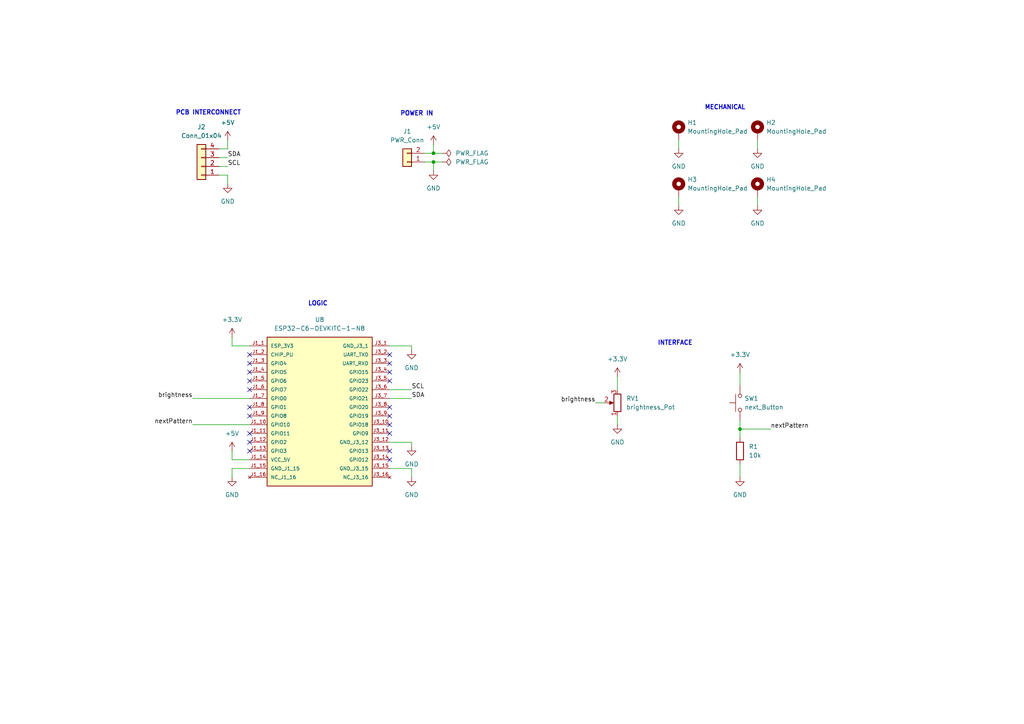
<source format=kicad_sch>
(kicad_sch (version 20250114) (generator "eeschema") (generator_version "9.0")
  (paper "A4")
  (title_block (title "Pharmacy Cross"))
  (lib_symbols
    (symbol "Connector_Generic:Conn_01x02" (pin_names (offset 1.016) (hide yes))
      (property "Reference" "J" (at 0 2.54 0))
      (property "Value" "Conn_01x02" (at 0 -5.08 0))
      (symbol "Conn_01x02_1_1"
        (rectangle (start -1.27 1.27) (end 1.27 -3.81) (stroke (width 0.254)) (fill (type background)))
        (rectangle (start -1.27 0.127) (end 0 -0.127) (stroke (width 0.1524)))
        (rectangle (start -1.27 -2.413) (end 0 -2.667) (stroke (width 0.1524)))
        (pin passive line (at -5.08 0 0) (length 3.81) (name "Pin_1") (number "1"))
        (pin passive line (at -5.08 -2.54 0) (length 3.81) (name "Pin_2") (number "2"))
      )
    )
    (symbol "Connector_Generic:Conn_01x04" (pin_names (offset 1.016) (hide yes))
      (property "Reference" "J" (at 0 5.08 0))
      (property "Value" "Conn_01x04" (at 0 -7.62 0))
      (symbol "Conn_01x04_1_1"
        (rectangle (start -1.27 3.81) (end 1.27 -6.35) (stroke (width 0.254)) (fill (type background)))
        (rectangle (start -1.27 2.667) (end 0 2.413) (stroke (width 0.1524)))
        (rectangle (start -1.27 0.127) (end 0 -0.127) (stroke (width 0.1524)))
        (rectangle (start -1.27 -2.413) (end 0 -2.667) (stroke (width 0.1524)))
        (rectangle (start -1.27 -4.953) (end 0 -5.207) (stroke (width 0.1524)))
        (pin passive line (at -5.08 2.54 0) (length 3.81) (name "Pin_1") (number "1"))
        (pin passive line (at -5.08 0 0) (length 3.81) (name "Pin_2") (number "2"))
        (pin passive line (at -5.08 -2.54 0) (length 3.81) (name "Pin_3") (number "3"))
        (pin passive line (at -5.08 -5.08 0) (length 3.81) (name "Pin_4") (number "4"))
      )
    )
    (symbol "Device:R" (pin_numbers (hide yes)) (pin_names (offset 0))
      (property "Reference" "R" (at 2.032 0 90))
      (property "Value" "R" (at 0 0 90))
      (symbol "R_0_1"
        (rectangle (start -1.016 -2.54) (end 1.016 2.54) (stroke (width 0.254)))
      )
      (symbol "R_1_1"
        (pin passive line (at 0 3.81 270) (length 1.27) (name "~") (number "1"))
        (pin passive line (at 0 -3.81 90) (length 1.27) (name "~") (number "2"))
      )
    )
    (symbol "Device:R_Potentiometer" (pin_names (offset 1.016) (hide yes))
      (property "Reference" "RV" (at -4.445 0 90))
      (property "Value" "R_Potentiometer" (at -2.54 0 90))
      (symbol "R_Potentiometer_0_1"
        (rectangle (start 1.016 2.54) (end -1.016 -2.54) (stroke (width 0.254)))
        (polyline (pts (xy 1.143 0) (xy 2.286 0.508) (xy 2.286 -0.508) (xy 1.143 0)) (fill (type outline)))
        (polyline (pts (xy 2.54 0) (xy 1.524 0)))
      )
      (symbol "R_Potentiometer_1_1"
        (pin passive line (at 0 3.81 270) (length 1.27) (name "1") (number "1"))
        (pin passive line (at 0 -3.81 90) (length 1.27) (name "3") (number "3"))
        (pin passive line (at 3.81 0 180) (length 1.27) (name "2") (number "2"))
      )
    )
    (symbol "ESP32-C6-DEVKITC-1-N8:ESP32-C6-DEVKITC-1-N8" (pin_names (offset 1.016))
      (property "Reference" "U" (at -15.24 23.622 0))
      (property "Value" "ESP32-C6-DEVKITC-1-N8" (at -15.24 -22.86 0))
      (symbol "ESP32-C6-DEVKITC-1-N8_0_0"
        (rectangle (start -15.24 -20.32) (end 15.24 22.86) (stroke (width 0.254)) (fill (type background)))
        (pin power_in line (at -20.32 20.32 0) (length 5.08) (name "ESP_3V3") (number "J1_1"))
        (pin input line (at -20.32 17.78 0) (length 5.08) (name "CHIP_PU") (number "J1_2"))
        (pin bidirectional line (at -20.32 15.24 0) (length 5.08) (name "GPIO4") (number "J1_3"))
        (pin bidirectional line (at -20.32 12.7 0) (length 5.08) (name "GPIO5") (number "J1_4"))
        (pin bidirectional line (at -20.32 10.16 0) (length 5.08) (name "GPIO6") (number "J1_5"))
        (pin bidirectional line (at -20.32 7.62 0) (length 5.08) (name "GPIO7") (number "J1_6"))
        (pin bidirectional line (at -20.32 5.08 0) (length 5.08) (name "GPIO0") (number "J1_7"))
        (pin bidirectional line (at -20.32 2.54 0) (length 5.08) (name "GPIO1") (number "J1_8"))
        (pin bidirectional line (at -20.32 0 0) (length 5.08) (name "GPIO8") (number "J1_9"))
        (pin bidirectional line (at -20.32 -2.54 0) (length 5.08) (name "GPIO10") (number "J1_10"))
        (pin bidirectional line (at -20.32 -5.08 0) (length 5.08) (name "GPIO11") (number "J1_11"))
        (pin bidirectional line (at -20.32 -7.62 0) (length 5.08) (name "GPIO2") (number "J1_12"))
        (pin bidirectional line (at -20.32 -10.16 0) (length 5.08) (name "GPIO3") (number "J1_13"))
        (pin power_in line (at -20.32 -12.7 0) (length 5.08) (name "VCC_5V") (number "J1_14"))
        (pin power_in line (at -20.32 -15.24 0) (length 5.08) (name "GND_J1_15") (number "J1_15"))
        (pin no_connect line (at -20.32 -17.78 0) (length 5.08) (name "NC_J1_16") (number "J1_16"))
        (pin power_in line (at 20.32 20.32 180) (length 5.08) (name "GND_J3_1") (number "J3_1"))
        (pin bidirectional line (at 20.32 17.78 180) (length 5.08) (name "UART_TXD") (number "J3_2"))
        (pin bidirectional line (at 20.32 15.24 180) (length 5.08) (name "UART_RXD") (number "J3_3"))
        (pin bidirectional line (at 20.32 12.7 180) (length 5.08) (name "GPIO15") (number "J3_4"))
        (pin bidirectional line (at 20.32 10.16 180) (length 5.08) (name "GPIO23") (number "J3_5"))
        (pin bidirectional line (at 20.32 7.62 180) (length 5.08) (name "GPIO22") (number "J3_6"))
        (pin bidirectional line (at 20.32 5.08 180) (length 5.08) (name "GPIO21") (number "J3_7"))
        (pin bidirectional line (at 20.32 2.54 180) (length 5.08) (name "GPIO20") (number "J3_8"))
        (pin bidirectional line (at 20.32 0 180) (length 5.08) (name "GPIO19") (number "J3_9"))
        (pin bidirectional line (at 20.32 -2.54 180) (length 5.08) (name "GPIO18") (number "J3_10"))
        (pin bidirectional line (at 20.32 -5.08 180) (length 5.08) (name "GPIO9") (number "J3_11"))
        (pin power_in line (at 20.32 -7.62 180) (length 5.08) (name "GND_J3_12") (number "J3_12"))
        (pin bidirectional line (at 20.32 -10.16 180) (length 5.08) (name "GPIO13") (number "J3_13"))
        (pin bidirectional line (at 20.32 -12.7 180) (length 5.08) (name "GPIO12") (number "J3_14"))
        (pin power_in line (at 20.32 -15.24 180) (length 5.08) (name "GND_J3_15") (number "J3_15"))
        (pin no_connect line (at 20.32 -17.78 180) (length 5.08) (name "NC_J3_16") (number "J3_16"))
      )
    )
    (symbol "Mechanical:MountingHole_Pad" (pin_numbers (hide yes)) (pin_names (offset 1.016) (hide yes)) (in_bom no)
      (property "Reference" "H" (at 0 6.35 0))
      (property "Value" "MountingHole_Pad" (at 0 4.445 0))
      (symbol "MountingHole_Pad_0_1"
        (circle (center 0 1.27) (radius 1.27) (stroke (width 1.27)))
      )
      (symbol "MountingHole_Pad_1_1"
        (pin input line (at 0 -2.54 90) (length 2.54) (name "1") (number "1"))
      )
    )
    (symbol "Switch:SW_Push" (pin_numbers (hide yes)) (pin_names (offset 1.016) (hide yes))
      (property "Reference" "SW" (at 1.27 2.54 0))
      (property "Value" "SW_Push" (at 0 -1.524 0))
      (symbol "SW_Push_0_1"
        (circle (center -2.032 0) (radius 0.508))
        (polyline (pts (xy 0 1.27) (xy 0 3.048)))
        (circle (center 2.032 0) (radius 0.508))
        (polyline (pts (xy 2.54 1.27) (xy -2.54 1.27)))
        (pin passive line (at -5.08 0 0) (length 2.54) (name "1") (number "1"))
        (pin passive line (at 5.08 0 180) (length 2.54) (name "2") (number "2"))
      )
    )
    (symbol "power:+3.3V" (power) (pin_numbers (hide yes)) (pin_names (offset 0) (hide yes))
      (property "Value" "+3.3V" (at 0 3.556 0))
      (symbol "+3.3V_0_1"
        (polyline (pts (xy -0.762 1.27) (xy 0 2.54)))
        (polyline (pts (xy 0 2.54) (xy 0.762 1.27)))
        (polyline (pts (xy 0 0) (xy 0 2.54)))
      )
      (symbol "+3.3V_1_1"
        (pin power_in line (at 0 0 90) (length 0) (name "~") (number "1"))
      )
    )
    (symbol "power:+5V" (power) (pin_numbers (hide yes)) (pin_names (offset 0) (hide yes))
      (property "Value" "+5V" (at 0 3.556 0))
      (symbol "+5V_0_1"
        (polyline (pts (xy -0.762 1.27) (xy 0 2.54)))
        (polyline (pts (xy 0 2.54) (xy 0.762 1.27)))
        (polyline (pts (xy 0 0) (xy 0 2.54)))
      )
      (symbol "+5V_1_1"
        (pin power_in line (at 0 0 90) (length 0) (name "~") (number "1"))
      )
    )
    (symbol "power:GND" (power) (pin_numbers (hide yes)) (pin_names (offset 0) (hide yes))
      (property "Value" "GND" (at 0 -3.81 0))
      (symbol "GND_0_1"
        (polyline (pts (xy 0 0) (xy 0 -1.27) (xy 1.27 -1.27) (xy 0 -2.54) (xy -1.27 -1.27) (xy 0 -1.27)))
      )
      (symbol "GND_1_1"
        (pin power_in line (at 0 0 270) (length 0) (name "~") (number "1"))
      )
    )
    (symbol "power:PWR_FLAG" (power) (pin_numbers (hide yes)) (pin_names (offset 0) (hide yes))
      (property "Value" "PWR_FLAG" (at 0 3.81 0))
      (symbol "PWR_FLAG_0_0"
        (pin power_out line (at 0 0 90) (length 0) (name "~") (number "1"))
      )
      (symbol "PWR_FLAG_0_1"
        (polyline (pts (xy 0 0) (xy 0 1.27) (xy -1.016 1.905) (xy 0 2.54) (xy 1.016 1.905) (xy 0 1.27)))
      )
    )
  )
  (text "LOGIC" (at 92.202 88.138 0) (effects (font (size 1.27 1.27) (thickness 0.254) (bold yes))))
  (text "PCB INTERCONNECT" (at 60.452 32.766 0) (effects (font (size 1.27 1.27) (thickness 0.254) (bold yes))))
  (text "POWER IN" (at 120.904 33.02 0) (effects (font (size 1.27 1.27) (thickness 0.254) (bold yes))))
  (text "INTERFACE" (at 195.834 99.568 0) (effects (font (size 1.27 1.27) (thickness 0.254) (bold yes))))
  (text "MECHANICAL" (at 210.312 31.242 0) (effects (font (size 1.27 1.27) (thickness 0.254) (bold yes))))
  (junction (at 214.63 124.46))
  (junction (at 125.73 44.45))
  (junction (at 125.73 46.99))
  (no_connect (at 72.39 125.73))
  (no_connect (at 113.03 110.49))
  (no_connect (at 72.39 102.87))
  (no_connect (at 72.39 128.27))
  (no_connect (at 113.03 123.19))
  (no_connect (at 113.03 107.95))
  (no_connect (at 72.39 120.65))
  (no_connect (at 113.03 118.11))
  (no_connect (at 113.03 125.73))
  (no_connect (at 72.39 105.41))
  (no_connect (at 113.03 102.87))
  (no_connect (at 113.03 130.81))
  (no_connect (at 72.39 113.03))
  (no_connect (at 113.03 105.41))
  (no_connect (at 72.39 118.11))
  (no_connect (at 113.03 120.65))
  (no_connect (at 72.39 107.95))
  (no_connect (at 72.39 110.49))
  (no_connect (at 113.03 133.35))
  (no_connect (at 72.39 130.81))
  (wire (pts (xy 63.5 45.72) (xy 66.04 45.72)))
  (wire (pts (xy 119.38 138.43) (xy 119.38 135.89)))
  (wire (pts (xy 67.31 135.89) (xy 72.39 135.89)))
  (wire (pts (xy 196.85 59.69) (xy 196.85 57.15)))
  (wire (pts (xy 214.63 124.46) (xy 223.52 124.46)))
  (wire (pts (xy 125.73 41.91) (xy 125.73 44.45)))
  (wire (pts (xy 125.73 44.45) (xy 128.27 44.45)))
  (wire (pts (xy 119.38 128.27) (xy 119.38 129.54)))
  (wire (pts (xy 172.72 116.84) (xy 175.26 116.84)))
  (wire (pts (xy 72.39 133.35) (xy 67.31 133.35)))
  (wire (pts (xy 113.03 128.27) (xy 119.38 128.27)))
  (wire (pts (xy 55.88 123.19) (xy 72.39 123.19)))
  (wire (pts (xy 66.04 50.8) (xy 63.5 50.8)))
  (wire (pts (xy 214.63 107.95) (xy 214.63 111.76)))
  (wire (pts (xy 214.63 121.92) (xy 214.63 124.46)))
  (wire (pts (xy 67.31 100.33) (xy 67.31 97.79)))
  (wire (pts (xy 219.71 59.69) (xy 219.71 57.15)))
  (wire (pts (xy 67.31 133.35) (xy 67.31 130.81)))
  (wire (pts (xy 179.07 120.65) (xy 179.07 123.19)))
  (wire (pts (xy 72.39 115.57) (xy 55.88 115.57)))
  (wire (pts (xy 67.31 138.43) (xy 67.31 135.89)))
  (wire (pts (xy 66.04 53.34) (xy 66.04 50.8)))
  (wire (pts (xy 63.5 48.26) (xy 66.04 48.26)))
  (wire (pts (xy 214.63 134.62) (xy 214.63 138.43)))
  (wire (pts (xy 119.38 100.33) (xy 119.38 101.6)))
  (wire (pts (xy 72.39 100.33) (xy 67.31 100.33)))
  (wire (pts (xy 125.73 44.45) (xy 123.19 44.45)))
  (wire (pts (xy 214.63 124.46) (xy 214.63 127)))
  (wire (pts (xy 113.03 115.57) (xy 119.38 115.57)))
  (wire (pts (xy 196.85 43.18) (xy 196.85 40.64)))
  (wire (pts (xy 63.5 43.18) (xy 66.04 43.18)))
  (wire (pts (xy 219.71 43.18) (xy 219.71 40.64)))
  (wire (pts (xy 125.73 46.99) (xy 125.73 49.53)))
  (wire (pts (xy 66.04 43.18) (xy 66.04 40.64)))
  (wire (pts (xy 179.07 109.22) (xy 179.07 113.03)))
  (wire (pts (xy 113.03 113.03) (xy 119.38 113.03)))
  (wire (pts (xy 113.03 135.89) (xy 119.38 135.89)))
  (wire (pts (xy 113.03 100.33) (xy 119.38 100.33)))
  (wire (pts (xy 123.19 46.99) (xy 125.73 46.99)))
  (wire (pts (xy 125.73 46.99) (xy 128.27 46.99)))
  (label "SCL" (at 66.04 48.26 0))
  (label "brightness" (at 55.88 115.57 180))
  (label "SDA" (at 119.38 115.57 0))
  (label "nextPattern" (at 223.52 124.46 0))
  (label "brightness" (at 172.72 116.84 180))
  (label "SCL" (at 119.38 113.03 0))
  (label "SDA" (at 66.04 45.72 0))
  (label "nextPattern" (at 55.88 123.19 180))
  (symbol (lib_id "power:GND") (at 219.71 43.18 0) (unit 1)
    (property "Reference" "#PWR020" (effects (hide yes)))
    (property "Value" "GND" (at 219.71 48.26 0))
    (property "Description" "Power symbol creates a global label with name \"GND\" , ground" (effects (hide yes)))
  )
  (symbol (lib_id "power:GND") (at 119.38 129.54 0) (unit 1)
    (property "Reference" "#PWR011" (effects (hide yes)))
    (property "Value" "GND" (at 119.38 134.62 0))
    (property "Description" "Power symbol creates a global label with name \"GND\" , ground" (effects (hide yes)))
  )
  (symbol (lib_id "power:+3.3V") (at 179.07 109.22 0) (unit 1)
    (property "Reference" "#PWR016" (effects (hide yes)))
    (property "Value" "+3.3V" (at 179.07 104.14 0))
    (property "Description" "Power symbol creates a global label with name \"+3.3V\"" (effects (hide yes)))
  )
  (symbol (lib_id "Mechanical:MountingHole_Pad") (at 219.71 38.1 0) (unit 1) (in_bom no)
    (property "Reference" "H2" (at 222.25 35.5599 0) (effects (justify left)))
    (property "Value" "MountingHole_Pad" (at 222.25 38.0999 0) (effects (justify left)))
    (property "Footprint" "MountingHole:MountingHole_2.7mm_M2.5_ISO7380_Pad" (effects (hide yes)))
    (property "Description" "Mounting Hole with connection" (effects (hide yes)))
  )
  (symbol (lib_id "Connector_Generic:Conn_01x04") (at 58.42 48.26 180) (unit 1)
    (property "Reference" "J2" (at 58.42 36.83 0))
    (property "Value" "Conn_01x04" (at 58.42 39.37 0))
    (property "Footprint" "Connector_PinHeader_2.54mm:PinHeader_1x04_P2.54mm_Vertical" (effects (hide yes)))
    (property "Description" "Generic connector, single row, 01x04, script generated (kicad-library-utils/schlib/autogen/connector/)" (effects (hide yes)))
  )
  (symbol (lib_id "power:GND") (at 125.73 49.53 0) (unit 1)
    (property "Reference" "#PWR01" (effects (hide yes)))
    (property "Value" "GND" (at 125.73 54.61 0))
    (property "Description" "Power symbol creates a global label with name \"GND\" , ground" (effects (hide yes)))
  )
  (symbol (lib_id "power:GND") (at 67.31 138.43 0) (unit 1)
    (property "Reference" "#PWR09" (effects (hide yes)))
    (property "Value" "GND" (at 67.31 143.51 0))
    (property "Description" "Power symbol creates a global label with name \"GND\" , ground" (effects (hide yes)))
  )
  (symbol (lib_id "Mechanical:MountingHole_Pad") (at 196.85 54.61 0) (unit 1) (in_bom no)
    (property "Reference" "H3" (at 199.39 52.0699 0) (effects (justify left)))
    (property "Value" "MountingHole_Pad" (at 199.39 54.6099 0) (effects (justify left)))
    (property "Footprint" "MountingHole:MountingHole_2.7mm_M2.5_ISO7380_Pad" (effects (hide yes)))
    (property "Description" "Mounting Hole with connection" (effects (hide yes)))
  )
  (symbol (lib_id "power:PWR_FLAG") (at 128.27 44.45 270) (unit 1)
    (property "Reference" "#FLG01" (effects (hide yes)))
    (property "Value" "PWR_FLAG" (at 132.08 44.4499 90) (effects (justify left)))
    (property "Description" "Special symbol for telling ERC where power comes from" (effects (hide yes)))
  )
  (symbol (lib_id "Mechanical:MountingHole_Pad") (at 219.71 54.61 0) (unit 1) (in_bom no)
    (property "Reference" "H4" (at 222.25 52.0699 0) (effects (justify left)))
    (property "Value" "MountingHole_Pad" (at 222.25 54.6099 0) (effects (justify left)))
    (property "Footprint" "MountingHole:MountingHole_2.7mm_M2.5_ISO7380_Pad" (effects (hide yes)))
    (property "Description" "Mounting Hole with connection" (effects (hide yes)))
  )
  (symbol (lib_id "Device:R_Potentiometer") (at 179.07 116.84 180) (unit 1)
    (property "Reference" "RV1" (at 181.61 115.5699 0) (effects (justify right)))
    (property "Value" "brightness_Pot" (at 181.61 118.1099 0) (effects (justify right)))
    (property "Footprint" "Connector_PinHeader_2.54mm:PinHeader_1x03_P2.54mm_Vertical" (effects (hide yes)))
    (property "Description" "Potentiometer" (effects (hide yes)))
  )
  (symbol (lib_id "Switch:SW_Push") (at 214.63 116.84 90) (unit 1)
    (property "Reference" "SW1" (at 215.9 115.5699 90) (effects (justify right)))
    (property "Value" "next_Button" (at 215.9 118.1099 90) (effects (justify right)))
    (property "Footprint" "Connector_PinHeader_2.54mm:PinHeader_1x02_P2.54mm_Vertical" (effects (hide yes)))
    (property "Description" "Push button switch, generic, two pins" (effects (hide yes)))
  )
  (symbol (lib_id "power:GND") (at 179.07 123.19 0) (unit 1)
    (property "Reference" "#PWR014" (effects (hide yes)))
    (property "Value" "GND" (at 179.07 128.27 0))
    (property "Description" "Power symbol creates a global label with name \"GND\" , ground" (effects (hide yes)))
  )
  (symbol (lib_id "power:GND") (at 219.71 59.69 0) (unit 1)
    (property "Reference" "#PWR022" (effects (hide yes)))
    (property "Value" "GND" (at 219.71 64.77 0))
    (property "Description" "Power symbol creates a global label with name \"GND\" , ground" (effects (hide yes)))
  )
  (symbol (lib_id "power:+3.3V") (at 67.31 97.79 0) (unit 1)
    (property "Reference" "#PWR015" (effects (hide yes)))
    (property "Value" "+3.3V" (at 67.31 92.71 0))
    (property "Description" "Power symbol creates a global label with name \"+3.3V\"" (effects (hide yes)))
  )
  (symbol (lib_id "power:+5V") (at 66.04 40.64 0) (unit 1)
    (property "Reference" "#PWR024" (effects (hide yes)))
    (property "Value" "+5V" (at 66.04 35.56 0))
    (property "Description" "Power symbol creates a global label with name \"+5V\"" (effects (hide yes)))
  )
  (symbol (lib_id "power:PWR_FLAG") (at 128.27 46.99 270) (unit 1)
    (property "Reference" "#FLG02" (effects (hide yes)))
    (property "Value" "PWR_FLAG" (at 132.08 46.9899 90) (effects (justify left)))
    (property "Description" "Special symbol for telling ERC where power comes from" (effects (hide yes)))
  )
  (symbol (lib_id "Connector_Generic:Conn_01x02") (at 118.11 46.99 180) (unit 1)
    (property "Reference" "J1" (at 118.11 38.1 0))
    (property "Value" "PWR_Conn" (at 118.11 40.64 0))
    (property "Footprint" "Connector_BarrelJack:BarrelJack_Horizontal" (effects (hide yes)))
    (property "Description" "Generic connector, single row, 01x02, script generated (kicad-library-utils/schlib/autogen/connector/)" (effects (hide yes)))
  )
  (symbol (lib_id "power:GND") (at 196.85 59.69 0) (unit 1)
    (property "Reference" "#PWR021" (effects (hide yes)))
    (property "Value" "GND" (at 196.85 64.77 0))
    (property "Description" "Power symbol creates a global label with name \"GND\" , ground" (effects (hide yes)))
  )
  (symbol (lib_id "power:GND") (at 119.38 101.6 0) (unit 1)
    (property "Reference" "#PWR012" (effects (hide yes)))
    (property "Value" "GND" (at 119.38 106.68 0))
    (property "Description" "Power symbol creates a global label with name \"GND\" , ground" (effects (hide yes)))
  )
  (symbol (lib_id "power:+5V") (at 67.31 130.81 0) (unit 1)
    (property "Reference" "#PWR013" (effects (hide yes)))
    (property "Value" "+5V" (at 67.31 125.73 0))
    (property "Description" "Power symbol creates a global label with name \"+5V\"" (effects (hide yes)))
  )
  (symbol (lib_id "Mechanical:MountingHole_Pad") (at 196.85 38.1 0) (unit 1) (in_bom no)
    (property "Reference" "H1" (at 199.39 35.5599 0) (effects (justify left)))
    (property "Value" "MountingHole_Pad" (at 199.39 38.0999 0) (effects (justify left)))
    (property "Footprint" "MountingHole:MountingHole_2.7mm_M2.5_ISO7380_Pad" (effects (hide yes)))
    (property "Description" "Mounting Hole with connection" (effects (hide yes)))
  )
  (symbol (lib_id "power:GND") (at 214.63 138.43 0) (unit 1)
    (property "Reference" "#PWR018" (effects (hide yes)))
    (property "Value" "GND" (at 214.63 143.51 0))
    (property "Description" "Power symbol creates a global label with name \"GND\" , ground" (effects (hide yes)))
  )
  (symbol (lib_id "ESP32-C6-DEVKITC-1-N8:ESP32-C6-DEVKITC-1-N8") (at 92.71 120.65 0) (unit 1)
    (property "Reference" "U8" (at 92.71 92.71 0))
    (property "Value" "ESP32-C6-DEVKITC-1-N8" (at 92.71 95.25 0))
    (property "Footprint" "ESP32-C6-DEVKITC-1-N8:MODULE_ESP32-C6-DEVKITC-1-N8" (effects (hide yes)))
    (property "MF" "Espressif Systems" (effects (hide yes)))
    (property "Description_1" "The ESP32-C6-DEVKITC-1-N8 from Espressif Systems is a development board designed for RF, RFID, and wireless applications. Built around the ESP32-C6-WROOM-1 module, it supports multiple connectivity options including 802.11 b/g/n/ax Wi-Fi, Bluetooth® (BLE), and 802.15.4 for Thread and Zigbee® protocols. The board is powered by the ESP32-C6 chip with 8MB SPI flash, offering advanced processing power and efficient memory management. It features GPIO ports for extensive interfacing, along with a USB Type-C™ to UART port for power and communication. The board also includes a USB-to-UART bridge, pin header, and boot/reset buttons, operating at 3.3V with a 5V to 3.3V power regulator. This development board is ideal for exploring a wide range of wireless applications, including IoT, smart home devices, and RF communication projects." (effects (hide yes)))
    (property "Package" "None" (effects (hide yes)))
    (property "Price" "None" (effects (hide yes)))
    (property "Check_prices" "https://www.snapeda.com/parts/ESP32-C6-DEVKITC-1-N8/Espressif+Systems/view-part/?ref=eda" (effects (hide yes)))
    (property "STANDARD" "Manufacturer Recommendations" (effects (hide yes)))
    (property "PARTREV" "1.3" (effects (hide yes)))
    (property "SnapEDA_Link" "https://www.snapeda.com/parts/ESP32-C6-DEVKITC-1-N8/Espressif+Systems/view-part/?ref=snap" (effects (hide yes)))
    (property "MP" "ESP32-C6-DEVKITC-1-N8" (effects (hide yes)))
    (property "Purchase-URL" "https://www.snapeda.com/api/url_track_click_mouser/?unipart_id=12616382&manufacturer=Espressif Systems&part_name=ESP32-C6-DEVKITC-1-N8&search_term=esp32-c6-devkit" (effects (hide yes)))
    (property "Availability" "In Stock" (effects (hide yes)))
    (property "MANUFACTURER" "Espressif Systems" (effects (hide yes)))
  )
  (symbol (lib_id "power:GND") (at 119.38 138.43 0) (unit 1)
    (property "Reference" "#PWR010" (effects (hide yes)))
    (property "Value" "GND" (at 119.38 143.51 0))
    (property "Description" "Power symbol creates a global label with name \"GND\" , ground" (effects (hide yes)))
  )
  (symbol (lib_id "power:+3.3V") (at 214.63 107.95 0) (unit 1)
    (property "Reference" "#PWR017" (effects (hide yes)))
    (property "Value" "+3.3V" (at 214.63 102.87 0))
    (property "Description" "Power symbol creates a global label with name \"+3.3V\"" (effects (hide yes)))
  )
  (symbol (lib_id "power:GND") (at 66.04 53.34 0) (unit 1)
    (property "Reference" "#PWR023" (effects (hide yes)))
    (property "Value" "GND" (at 66.04 58.42 0))
    (property "Description" "Power symbol creates a global label with name \"GND\" , ground" (effects (hide yes)))
  )
  (symbol (lib_id "power:+5V") (at 125.73 41.91 0) (unit 1)
    (property "Reference" "#PWR02" (effects (hide yes)))
    (property "Value" "+5V" (at 125.73 36.83 0))
    (property "Description" "Power symbol creates a global label with name \"+5V\"" (effects (hide yes)))
  )
  (symbol (lib_id "Device:R") (at 214.63 130.81 0) (unit 1)
    (property "Reference" "R1" (at 217.17 129.5399 0) (effects (justify left)))
    (property "Value" "10k" (at 217.17 132.0799 0) (effects (justify left)))
    (property "Footprint" "Resistor_THT:R_Axial_DIN0207_L6.3mm_D2.5mm_P10.16mm_Horizontal" (effects (hide yes)))
    (property "Description" "Resistor" (effects (hide yes)))
  )
  (symbol (lib_id "power:GND") (at 196.85 43.18 0) (unit 1)
    (property "Reference" "#PWR019" (effects (hide yes)))
    (property "Value" "GND" (at 196.85 48.26 0))
    (property "Description" "Power symbol creates a global label with name \"GND\" , ground" (effects (hide yes)))
  )
)
</source>
